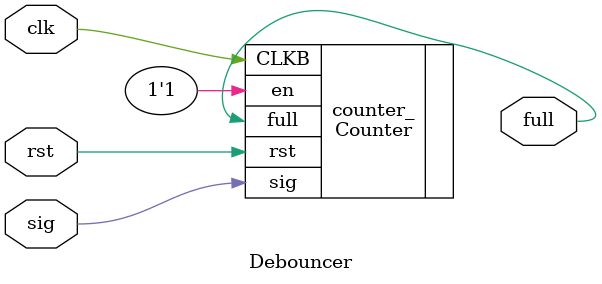
<source format=v>
module Debouncer (
        input         clk,
        input         rst, // set counter register to zero
        input         sig, // signal which is debouncing
        output        full // one pulse if counter is full
);

    Counter #(
`ifdef SIM
        .MAX(10)
`else
        .MAX(10_000_000)
`endif
        ) counter_ (
        .CLKB(clk),
        .en(1'b1),
        .rst(rst),
        .sig(sig),
        .full(full)
    );

endmodule

</source>
